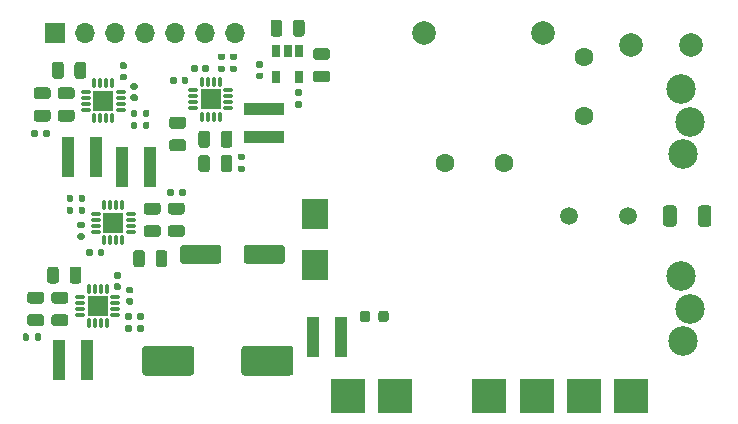
<source format=gbr>
%TF.GenerationSoftware,KiCad,Pcbnew,5.1.10-1.fc33*%
%TF.CreationDate,2021-08-29T09:58:40-07:00*%
%TF.ProjectId,hardware,68617264-7761-4726-952e-6b696361645f,rev?*%
%TF.SameCoordinates,Original*%
%TF.FileFunction,Soldermask,Top*%
%TF.FilePolarity,Negative*%
%FSLAX46Y46*%
G04 Gerber Fmt 4.6, Leading zero omitted, Abs format (unit mm)*
G04 Created by KiCad (PCBNEW 5.1.10-1.fc33) date 2021-08-29 09:58:40*
%MOMM*%
%LPD*%
G01*
G04 APERTURE LIST*
%ADD10R,3.000000X3.000000*%
%ADD11R,2.300000X2.500000*%
%ADD12C,2.000000*%
%ADD13C,2.500000*%
%ADD14R,0.980000X3.400000*%
%ADD15C,1.600000*%
%ADD16O,1.700000X1.700000*%
%ADD17R,1.700000X1.700000*%
%ADD18C,1.500000*%
%ADD19R,0.650000X1.060000*%
%ADD20C,0.450000*%
%ADD21O,0.280000X0.850000*%
%ADD22O,0.850000X0.280000*%
%ADD23R,3.400000X0.980000*%
G04 APERTURE END LIST*
D10*
%TO.C,PS1*%
X118750000Y-126750000D03*
X126750000Y-126750000D03*
X130750000Y-126750000D03*
X114750000Y-126750000D03*
X134750000Y-126750000D03*
X138750000Y-126750000D03*
%TD*%
D11*
%TO.C,D1*%
X112000000Y-111350000D03*
X112000000Y-115650000D03*
%TD*%
D12*
%TO.C,F1*%
X143830000Y-97010000D03*
X138750000Y-97000000D03*
%TD*%
D13*
%TO.C,J2*%
X143700000Y-103540814D03*
X143000000Y-100740814D03*
X143100000Y-106240814D03*
%TD*%
%TO.C,J1*%
X143700000Y-119354000D03*
X143000000Y-116554000D03*
X143100000Y-122054000D03*
%TD*%
D14*
%TO.C,L6*%
X114185000Y-121750000D03*
X111815000Y-121750000D03*
%TD*%
D12*
%TO.C,CY3*%
X131250000Y-96000000D03*
X121250000Y-96000000D03*
%TD*%
%TO.C,C5*%
G36*
G01*
X104050000Y-114200000D02*
X104050000Y-115300000D01*
G75*
G02*
X103800000Y-115550000I-250000J0D01*
G01*
X100800000Y-115550000D01*
G75*
G02*
X100550000Y-115300000I0J250000D01*
G01*
X100550000Y-114200000D01*
G75*
G02*
X100800000Y-113950000I250000J0D01*
G01*
X103800000Y-113950000D01*
G75*
G02*
X104050000Y-114200000I0J-250000D01*
G01*
G37*
G36*
G01*
X109450000Y-114200000D02*
X109450000Y-115300000D01*
G75*
G02*
X109200000Y-115550000I-250000J0D01*
G01*
X106200000Y-115550000D01*
G75*
G02*
X105950000Y-115300000I0J250000D01*
G01*
X105950000Y-114200000D01*
G75*
G02*
X106200000Y-113950000I250000J0D01*
G01*
X109200000Y-113950000D01*
G75*
G02*
X109450000Y-114200000I0J-250000D01*
G01*
G37*
%TD*%
D15*
%TO.C,C2*%
X123000000Y-107000000D03*
X128000000Y-107000000D03*
%TD*%
D16*
%TO.C,J3*%
X105240000Y-96000000D03*
X102700000Y-96000000D03*
X100160000Y-96000000D03*
X97620000Y-96000000D03*
X95080000Y-96000000D03*
X92540000Y-96000000D03*
D17*
X90000000Y-96000000D03*
%TD*%
D18*
%TO.C,L5*%
X133500000Y-111500000D03*
X138500000Y-111500000D03*
%TD*%
%TO.C,C4*%
G36*
G01*
X101750000Y-122750000D02*
X101750000Y-124750000D01*
G75*
G02*
X101500000Y-125000000I-250000J0D01*
G01*
X97600000Y-125000000D01*
G75*
G02*
X97350000Y-124750000I0J250000D01*
G01*
X97350000Y-122750000D01*
G75*
G02*
X97600000Y-122500000I250000J0D01*
G01*
X101500000Y-122500000D01*
G75*
G02*
X101750000Y-122750000I0J-250000D01*
G01*
G37*
G36*
G01*
X110150000Y-122750000D02*
X110150000Y-124750000D01*
G75*
G02*
X109900000Y-125000000I-250000J0D01*
G01*
X106000000Y-125000000D01*
G75*
G02*
X105750000Y-124750000I0J250000D01*
G01*
X105750000Y-122750000D01*
G75*
G02*
X106000000Y-122500000I250000J0D01*
G01*
X109900000Y-122500000D01*
G75*
G02*
X110150000Y-122750000I0J-250000D01*
G01*
G37*
%TD*%
D15*
%TO.C,NTC1*%
X134750000Y-98000000D03*
X134750000Y-103000000D03*
%TD*%
%TO.C,C29*%
G36*
G01*
X117325000Y-120250000D02*
X117325000Y-119750000D01*
G75*
G02*
X117550000Y-119525000I225000J0D01*
G01*
X118000000Y-119525000D01*
G75*
G02*
X118225000Y-119750000I0J-225000D01*
G01*
X118225000Y-120250000D01*
G75*
G02*
X118000000Y-120475000I-225000J0D01*
G01*
X117550000Y-120475000D01*
G75*
G02*
X117325000Y-120250000I0J225000D01*
G01*
G37*
G36*
G01*
X115775000Y-120250000D02*
X115775000Y-119750000D01*
G75*
G02*
X116000000Y-119525000I225000J0D01*
G01*
X116450000Y-119525000D01*
G75*
G02*
X116675000Y-119750000I0J-225000D01*
G01*
X116675000Y-120250000D01*
G75*
G02*
X116450000Y-120475000I-225000J0D01*
G01*
X116000000Y-120475000D01*
G75*
G02*
X115775000Y-120250000I0J225000D01*
G01*
G37*
%TD*%
%TO.C,C1*%
G36*
G01*
X144400000Y-112150001D02*
X144400000Y-110849999D01*
G75*
G02*
X144649999Y-110600000I249999J0D01*
G01*
X145300001Y-110600000D01*
G75*
G02*
X145550000Y-110849999I0J-249999D01*
G01*
X145550000Y-112150001D01*
G75*
G02*
X145300001Y-112400000I-249999J0D01*
G01*
X144649999Y-112400000D01*
G75*
G02*
X144400000Y-112150001I0J249999D01*
G01*
G37*
G36*
G01*
X141450000Y-112150001D02*
X141450000Y-110849999D01*
G75*
G02*
X141699999Y-110600000I249999J0D01*
G01*
X142350001Y-110600000D01*
G75*
G02*
X142600000Y-110849999I0J-249999D01*
G01*
X142600000Y-112150001D01*
G75*
G02*
X142350001Y-112400000I-249999J0D01*
G01*
X141699999Y-112400000D01*
G75*
G02*
X141450000Y-112150001I0J249999D01*
G01*
G37*
%TD*%
%TO.C,C28*%
G36*
G01*
X113010040Y-98289840D02*
X112060040Y-98289840D01*
G75*
G02*
X111810040Y-98039840I0J250000D01*
G01*
X111810040Y-97539840D01*
G75*
G02*
X112060040Y-97289840I250000J0D01*
G01*
X113010040Y-97289840D01*
G75*
G02*
X113260040Y-97539840I0J-250000D01*
G01*
X113260040Y-98039840D01*
G75*
G02*
X113010040Y-98289840I-250000J0D01*
G01*
G37*
G36*
G01*
X113010040Y-100189840D02*
X112060040Y-100189840D01*
G75*
G02*
X111810040Y-99939840I0J250000D01*
G01*
X111810040Y-99439840D01*
G75*
G02*
X112060040Y-99189840I250000J0D01*
G01*
X113010040Y-99189840D01*
G75*
G02*
X113260040Y-99439840I0J-250000D01*
G01*
X113260040Y-99939840D01*
G75*
G02*
X113010040Y-100189840I-250000J0D01*
G01*
G37*
%TD*%
%TO.C,C26*%
G36*
G01*
X109214840Y-95115240D02*
X109214840Y-96065240D01*
G75*
G02*
X108964840Y-96315240I-250000J0D01*
G01*
X108464840Y-96315240D01*
G75*
G02*
X108214840Y-96065240I0J250000D01*
G01*
X108214840Y-95115240D01*
G75*
G02*
X108464840Y-94865240I250000J0D01*
G01*
X108964840Y-94865240D01*
G75*
G02*
X109214840Y-95115240I0J-250000D01*
G01*
G37*
G36*
G01*
X111114840Y-95115240D02*
X111114840Y-96065240D01*
G75*
G02*
X110864840Y-96315240I-250000J0D01*
G01*
X110364840Y-96315240D01*
G75*
G02*
X110114840Y-96065240I0J250000D01*
G01*
X110114840Y-95115240D01*
G75*
G02*
X110364840Y-94865240I250000J0D01*
G01*
X110864840Y-94865240D01*
G75*
G02*
X111114840Y-95115240I0J-250000D01*
G01*
G37*
%TD*%
%TO.C,C25*%
G36*
G01*
X103097440Y-106577560D02*
X103097440Y-107527560D01*
G75*
G02*
X102847440Y-107777560I-250000J0D01*
G01*
X102347440Y-107777560D01*
G75*
G02*
X102097440Y-107527560I0J250000D01*
G01*
X102097440Y-106577560D01*
G75*
G02*
X102347440Y-106327560I250000J0D01*
G01*
X102847440Y-106327560D01*
G75*
G02*
X103097440Y-106577560I0J-250000D01*
G01*
G37*
G36*
G01*
X104997440Y-106577560D02*
X104997440Y-107527560D01*
G75*
G02*
X104747440Y-107777560I-250000J0D01*
G01*
X104247440Y-107777560D01*
G75*
G02*
X103997440Y-107527560I0J250000D01*
G01*
X103997440Y-106577560D01*
G75*
G02*
X104247440Y-106327560I250000J0D01*
G01*
X104747440Y-106327560D01*
G75*
G02*
X104997440Y-106577560I0J-250000D01*
G01*
G37*
%TD*%
%TO.C,C24*%
G36*
G01*
X97731040Y-112275160D02*
X98681040Y-112275160D01*
G75*
G02*
X98931040Y-112525160I0J-250000D01*
G01*
X98931040Y-113025160D01*
G75*
G02*
X98681040Y-113275160I-250000J0D01*
G01*
X97731040Y-113275160D01*
G75*
G02*
X97481040Y-113025160I0J250000D01*
G01*
X97481040Y-112525160D01*
G75*
G02*
X97731040Y-112275160I250000J0D01*
G01*
G37*
G36*
G01*
X97731040Y-110375160D02*
X98681040Y-110375160D01*
G75*
G02*
X98931040Y-110625160I0J-250000D01*
G01*
X98931040Y-111125160D01*
G75*
G02*
X98681040Y-111375160I-250000J0D01*
G01*
X97731040Y-111375160D01*
G75*
G02*
X97481040Y-111125160I0J250000D01*
G01*
X97481040Y-110625160D01*
G75*
G02*
X97731040Y-110375160I250000J0D01*
G01*
G37*
%TD*%
%TO.C,C23*%
G36*
G01*
X103097440Y-104520160D02*
X103097440Y-105470160D01*
G75*
G02*
X102847440Y-105720160I-250000J0D01*
G01*
X102347440Y-105720160D01*
G75*
G02*
X102097440Y-105470160I0J250000D01*
G01*
X102097440Y-104520160D01*
G75*
G02*
X102347440Y-104270160I250000J0D01*
G01*
X102847440Y-104270160D01*
G75*
G02*
X103097440Y-104520160I0J-250000D01*
G01*
G37*
G36*
G01*
X104997440Y-104520160D02*
X104997440Y-105470160D01*
G75*
G02*
X104747440Y-105720160I-250000J0D01*
G01*
X104247440Y-105720160D01*
G75*
G02*
X103997440Y-105470160I0J250000D01*
G01*
X103997440Y-104520160D01*
G75*
G02*
X104247440Y-104270160I250000J0D01*
G01*
X104747440Y-104270160D01*
G75*
G02*
X104997440Y-104520160I0J-250000D01*
G01*
G37*
%TD*%
%TO.C,C22*%
G36*
G01*
X99763040Y-112270080D02*
X100713040Y-112270080D01*
G75*
G02*
X100963040Y-112520080I0J-250000D01*
G01*
X100963040Y-113020080D01*
G75*
G02*
X100713040Y-113270080I-250000J0D01*
G01*
X99763040Y-113270080D01*
G75*
G02*
X99513040Y-113020080I0J250000D01*
G01*
X99513040Y-112520080D01*
G75*
G02*
X99763040Y-112270080I250000J0D01*
G01*
G37*
G36*
G01*
X99763040Y-110370080D02*
X100713040Y-110370080D01*
G75*
G02*
X100963040Y-110620080I0J-250000D01*
G01*
X100963040Y-111120080D01*
G75*
G02*
X100713040Y-111370080I-250000J0D01*
G01*
X99763040Y-111370080D01*
G75*
G02*
X99513040Y-111120080I0J250000D01*
G01*
X99513040Y-110620080D01*
G75*
G02*
X99763040Y-110370080I250000J0D01*
G01*
G37*
%TD*%
%TO.C,C17*%
G36*
G01*
X99872040Y-105003160D02*
X100822040Y-105003160D01*
G75*
G02*
X101072040Y-105253160I0J-250000D01*
G01*
X101072040Y-105753160D01*
G75*
G02*
X100822040Y-106003160I-250000J0D01*
G01*
X99872040Y-106003160D01*
G75*
G02*
X99622040Y-105753160I0J250000D01*
G01*
X99622040Y-105253160D01*
G75*
G02*
X99872040Y-105003160I250000J0D01*
G01*
G37*
G36*
G01*
X99872040Y-103103160D02*
X100822040Y-103103160D01*
G75*
G02*
X101072040Y-103353160I0J-250000D01*
G01*
X101072040Y-103853160D01*
G75*
G02*
X100822040Y-104103160I-250000J0D01*
G01*
X99872040Y-104103160D01*
G75*
G02*
X99622040Y-103853160I0J250000D01*
G01*
X99622040Y-103353160D01*
G75*
G02*
X99872040Y-103103160I250000J0D01*
G01*
G37*
%TD*%
%TO.C,C16*%
G36*
G01*
X98478240Y-115576760D02*
X98478240Y-114626760D01*
G75*
G02*
X98728240Y-114376760I250000J0D01*
G01*
X99228240Y-114376760D01*
G75*
G02*
X99478240Y-114626760I0J-250000D01*
G01*
X99478240Y-115576760D01*
G75*
G02*
X99228240Y-115826760I-250000J0D01*
G01*
X98728240Y-115826760D01*
G75*
G02*
X98478240Y-115576760I0J250000D01*
G01*
G37*
G36*
G01*
X96578240Y-115576760D02*
X96578240Y-114626760D01*
G75*
G02*
X96828240Y-114376760I250000J0D01*
G01*
X97328240Y-114376760D01*
G75*
G02*
X97578240Y-114626760I0J-250000D01*
G01*
X97578240Y-115576760D01*
G75*
G02*
X97328240Y-115826760I-250000J0D01*
G01*
X96828240Y-115826760D01*
G75*
G02*
X96578240Y-115576760I0J250000D01*
G01*
G37*
%TD*%
%TO.C,C15*%
G36*
G01*
X89351260Y-101596040D02*
X88401260Y-101596040D01*
G75*
G02*
X88151260Y-101346040I0J250000D01*
G01*
X88151260Y-100846040D01*
G75*
G02*
X88401260Y-100596040I250000J0D01*
G01*
X89351260Y-100596040D01*
G75*
G02*
X89601260Y-100846040I0J-250000D01*
G01*
X89601260Y-101346040D01*
G75*
G02*
X89351260Y-101596040I-250000J0D01*
G01*
G37*
G36*
G01*
X89351260Y-103496040D02*
X88401260Y-103496040D01*
G75*
G02*
X88151260Y-103246040I0J250000D01*
G01*
X88151260Y-102746040D01*
G75*
G02*
X88401260Y-102496040I250000J0D01*
G01*
X89351260Y-102496040D01*
G75*
G02*
X89601260Y-102746040I0J-250000D01*
G01*
X89601260Y-103246040D01*
G75*
G02*
X89351260Y-103496040I-250000J0D01*
G01*
G37*
%TD*%
%TO.C,C14*%
G36*
G01*
X91383260Y-101596040D02*
X90433260Y-101596040D01*
G75*
G02*
X90183260Y-101346040I0J250000D01*
G01*
X90183260Y-100846040D01*
G75*
G02*
X90433260Y-100596040I250000J0D01*
G01*
X91383260Y-100596040D01*
G75*
G02*
X91633260Y-100846040I0J-250000D01*
G01*
X91633260Y-101346040D01*
G75*
G02*
X91383260Y-101596040I-250000J0D01*
G01*
G37*
G36*
G01*
X91383260Y-103496040D02*
X90433260Y-103496040D01*
G75*
G02*
X90183260Y-103246040I0J250000D01*
G01*
X90183260Y-102746040D01*
G75*
G02*
X90433260Y-102496040I250000J0D01*
G01*
X91383260Y-102496040D01*
G75*
G02*
X91633260Y-102746040I0J-250000D01*
G01*
X91633260Y-103246040D01*
G75*
G02*
X91383260Y-103496040I-250000J0D01*
G01*
G37*
%TD*%
%TO.C,C11*%
G36*
G01*
X90712260Y-98688140D02*
X90712260Y-99638140D01*
G75*
G02*
X90462260Y-99888140I-250000J0D01*
G01*
X89962260Y-99888140D01*
G75*
G02*
X89712260Y-99638140I0J250000D01*
G01*
X89712260Y-98688140D01*
G75*
G02*
X89962260Y-98438140I250000J0D01*
G01*
X90462260Y-98438140D01*
G75*
G02*
X90712260Y-98688140I0J-250000D01*
G01*
G37*
G36*
G01*
X92612260Y-98688140D02*
X92612260Y-99638140D01*
G75*
G02*
X92362260Y-99888140I-250000J0D01*
G01*
X91862260Y-99888140D01*
G75*
G02*
X91612260Y-99638140I0J250000D01*
G01*
X91612260Y-98688140D01*
G75*
G02*
X91862260Y-98438140I250000J0D01*
G01*
X92362260Y-98438140D01*
G75*
G02*
X92612260Y-98688140I0J-250000D01*
G01*
G37*
%TD*%
%TO.C,C10*%
G36*
G01*
X88801840Y-118913500D02*
X87851840Y-118913500D01*
G75*
G02*
X87601840Y-118663500I0J250000D01*
G01*
X87601840Y-118163500D01*
G75*
G02*
X87851840Y-117913500I250000J0D01*
G01*
X88801840Y-117913500D01*
G75*
G02*
X89051840Y-118163500I0J-250000D01*
G01*
X89051840Y-118663500D01*
G75*
G02*
X88801840Y-118913500I-250000J0D01*
G01*
G37*
G36*
G01*
X88801840Y-120813500D02*
X87851840Y-120813500D01*
G75*
G02*
X87601840Y-120563500I0J250000D01*
G01*
X87601840Y-120063500D01*
G75*
G02*
X87851840Y-119813500I250000J0D01*
G01*
X88801840Y-119813500D01*
G75*
G02*
X89051840Y-120063500I0J-250000D01*
G01*
X89051840Y-120563500D01*
G75*
G02*
X88801840Y-120813500I-250000J0D01*
G01*
G37*
%TD*%
%TO.C,C9*%
G36*
G01*
X90859240Y-118913500D02*
X89909240Y-118913500D01*
G75*
G02*
X89659240Y-118663500I0J250000D01*
G01*
X89659240Y-118163500D01*
G75*
G02*
X89909240Y-117913500I250000J0D01*
G01*
X90859240Y-117913500D01*
G75*
G02*
X91109240Y-118163500I0J-250000D01*
G01*
X91109240Y-118663500D01*
G75*
G02*
X90859240Y-118913500I-250000J0D01*
G01*
G37*
G36*
G01*
X90859240Y-120813500D02*
X89909240Y-120813500D01*
G75*
G02*
X89659240Y-120563500I0J250000D01*
G01*
X89659240Y-120063500D01*
G75*
G02*
X89909240Y-119813500I250000J0D01*
G01*
X90859240Y-119813500D01*
G75*
G02*
X91109240Y-120063500I0J-250000D01*
G01*
X91109240Y-120563500D01*
G75*
G02*
X90859240Y-120813500I-250000J0D01*
G01*
G37*
%TD*%
%TO.C,C6*%
G36*
G01*
X90300000Y-116025000D02*
X90300000Y-116975000D01*
G75*
G02*
X90050000Y-117225000I-250000J0D01*
G01*
X89550000Y-117225000D01*
G75*
G02*
X89300000Y-116975000I0J250000D01*
G01*
X89300000Y-116025000D01*
G75*
G02*
X89550000Y-115775000I250000J0D01*
G01*
X90050000Y-115775000D01*
G75*
G02*
X90300000Y-116025000I0J-250000D01*
G01*
G37*
G36*
G01*
X92200000Y-116025000D02*
X92200000Y-116975000D01*
G75*
G02*
X91950000Y-117225000I-250000J0D01*
G01*
X91450000Y-117225000D01*
G75*
G02*
X91200000Y-116975000I0J250000D01*
G01*
X91200000Y-116025000D01*
G75*
G02*
X91450000Y-115775000I250000J0D01*
G01*
X91950000Y-115775000D01*
G75*
G02*
X92200000Y-116025000I0J-250000D01*
G01*
G37*
%TD*%
%TO.C,C27*%
G36*
G01*
X107472640Y-98946240D02*
X107132640Y-98946240D01*
G75*
G02*
X106992640Y-98806240I0J140000D01*
G01*
X106992640Y-98526240D01*
G75*
G02*
X107132640Y-98386240I140000J0D01*
G01*
X107472640Y-98386240D01*
G75*
G02*
X107612640Y-98526240I0J-140000D01*
G01*
X107612640Y-98806240D01*
G75*
G02*
X107472640Y-98946240I-140000J0D01*
G01*
G37*
G36*
G01*
X107472640Y-99906240D02*
X107132640Y-99906240D01*
G75*
G02*
X106992640Y-99766240I0J140000D01*
G01*
X106992640Y-99486240D01*
G75*
G02*
X107132640Y-99346240I140000J0D01*
G01*
X107472640Y-99346240D01*
G75*
G02*
X107612640Y-99486240I0J-140000D01*
G01*
X107612640Y-99766240D01*
G75*
G02*
X107472640Y-99906240I-140000J0D01*
G01*
G37*
%TD*%
%TO.C,C21*%
G36*
G01*
X100280000Y-99830000D02*
X100280000Y-100170000D01*
G75*
G02*
X100140000Y-100310000I-140000J0D01*
G01*
X99860000Y-100310000D01*
G75*
G02*
X99720000Y-100170000I0J140000D01*
G01*
X99720000Y-99830000D01*
G75*
G02*
X99860000Y-99690000I140000J0D01*
G01*
X100140000Y-99690000D01*
G75*
G02*
X100280000Y-99830000I0J-140000D01*
G01*
G37*
G36*
G01*
X101240000Y-99830000D02*
X101240000Y-100170000D01*
G75*
G02*
X101100000Y-100310000I-140000J0D01*
G01*
X100820000Y-100310000D01*
G75*
G02*
X100680000Y-100170000I0J140000D01*
G01*
X100680000Y-99830000D01*
G75*
G02*
X100820000Y-99690000I140000J0D01*
G01*
X101100000Y-99690000D01*
G75*
G02*
X101240000Y-99830000I0J-140000D01*
G01*
G37*
%TD*%
%TO.C,C20*%
G36*
G01*
X102050000Y-98830000D02*
X102050000Y-99170000D01*
G75*
G02*
X101910000Y-99310000I-140000J0D01*
G01*
X101630000Y-99310000D01*
G75*
G02*
X101490000Y-99170000I0J140000D01*
G01*
X101490000Y-98830000D01*
G75*
G02*
X101630000Y-98690000I140000J0D01*
G01*
X101910000Y-98690000D01*
G75*
G02*
X102050000Y-98830000I0J-140000D01*
G01*
G37*
G36*
G01*
X103010000Y-98830000D02*
X103010000Y-99170000D01*
G75*
G02*
X102870000Y-99310000I-140000J0D01*
G01*
X102590000Y-99310000D01*
G75*
G02*
X102450000Y-99170000I0J140000D01*
G01*
X102450000Y-98830000D01*
G75*
G02*
X102590000Y-98690000I140000J0D01*
G01*
X102870000Y-98690000D01*
G75*
G02*
X103010000Y-98830000I0J-140000D01*
G01*
G37*
%TD*%
%TO.C,C19*%
G36*
G01*
X93180040Y-114411060D02*
X93180040Y-114751060D01*
G75*
G02*
X93040040Y-114891060I-140000J0D01*
G01*
X92760040Y-114891060D01*
G75*
G02*
X92620040Y-114751060I0J140000D01*
G01*
X92620040Y-114411060D01*
G75*
G02*
X92760040Y-114271060I140000J0D01*
G01*
X93040040Y-114271060D01*
G75*
G02*
X93180040Y-114411060I0J-140000D01*
G01*
G37*
G36*
G01*
X94140040Y-114411060D02*
X94140040Y-114751060D01*
G75*
G02*
X94000040Y-114891060I-140000J0D01*
G01*
X93720040Y-114891060D01*
G75*
G02*
X93580040Y-114751060I0J140000D01*
G01*
X93580040Y-114411060D01*
G75*
G02*
X93720040Y-114271060I140000J0D01*
G01*
X94000040Y-114271060D01*
G75*
G02*
X94140040Y-114411060I0J-140000D01*
G01*
G37*
%TD*%
%TO.C,C18*%
G36*
G01*
X91990840Y-112950000D02*
X92330840Y-112950000D01*
G75*
G02*
X92470840Y-113090000I0J-140000D01*
G01*
X92470840Y-113370000D01*
G75*
G02*
X92330840Y-113510000I-140000J0D01*
G01*
X91990840Y-113510000D01*
G75*
G02*
X91850840Y-113370000I0J140000D01*
G01*
X91850840Y-113090000D01*
G75*
G02*
X91990840Y-112950000I140000J0D01*
G01*
G37*
G36*
G01*
X91990840Y-111990000D02*
X92330840Y-111990000D01*
G75*
G02*
X92470840Y-112130000I0J-140000D01*
G01*
X92470840Y-112410000D01*
G75*
G02*
X92330840Y-112550000I-140000J0D01*
G01*
X91990840Y-112550000D01*
G75*
G02*
X91850840Y-112410000I0J140000D01*
G01*
X91850840Y-112130000D01*
G75*
G02*
X91990840Y-111990000I140000J0D01*
G01*
G37*
%TD*%
%TO.C,C13*%
G36*
G01*
X95920000Y-99050000D02*
X95580000Y-99050000D01*
G75*
G02*
X95440000Y-98910000I0J140000D01*
G01*
X95440000Y-98630000D01*
G75*
G02*
X95580000Y-98490000I140000J0D01*
G01*
X95920000Y-98490000D01*
G75*
G02*
X96060000Y-98630000I0J-140000D01*
G01*
X96060000Y-98910000D01*
G75*
G02*
X95920000Y-99050000I-140000J0D01*
G01*
G37*
G36*
G01*
X95920000Y-100010000D02*
X95580000Y-100010000D01*
G75*
G02*
X95440000Y-99870000I0J140000D01*
G01*
X95440000Y-99590000D01*
G75*
G02*
X95580000Y-99450000I140000J0D01*
G01*
X95920000Y-99450000D01*
G75*
G02*
X96060000Y-99590000I0J-140000D01*
G01*
X96060000Y-99870000D01*
G75*
G02*
X95920000Y-100010000I-140000J0D01*
G01*
G37*
%TD*%
%TO.C,C12*%
G36*
G01*
X96831360Y-100800000D02*
X96491360Y-100800000D01*
G75*
G02*
X96351360Y-100660000I0J140000D01*
G01*
X96351360Y-100380000D01*
G75*
G02*
X96491360Y-100240000I140000J0D01*
G01*
X96831360Y-100240000D01*
G75*
G02*
X96971360Y-100380000I0J-140000D01*
G01*
X96971360Y-100660000D01*
G75*
G02*
X96831360Y-100800000I-140000J0D01*
G01*
G37*
G36*
G01*
X96831360Y-101760000D02*
X96491360Y-101760000D01*
G75*
G02*
X96351360Y-101620000I0J140000D01*
G01*
X96351360Y-101340000D01*
G75*
G02*
X96491360Y-101200000I140000J0D01*
G01*
X96831360Y-101200000D01*
G75*
G02*
X96971360Y-101340000I0J-140000D01*
G01*
X96971360Y-101620000D01*
G75*
G02*
X96831360Y-101760000I-140000J0D01*
G01*
G37*
%TD*%
%TO.C,C8*%
G36*
G01*
X95420000Y-116800000D02*
X95080000Y-116800000D01*
G75*
G02*
X94940000Y-116660000I0J140000D01*
G01*
X94940000Y-116380000D01*
G75*
G02*
X95080000Y-116240000I140000J0D01*
G01*
X95420000Y-116240000D01*
G75*
G02*
X95560000Y-116380000I0J-140000D01*
G01*
X95560000Y-116660000D01*
G75*
G02*
X95420000Y-116800000I-140000J0D01*
G01*
G37*
G36*
G01*
X95420000Y-117760000D02*
X95080000Y-117760000D01*
G75*
G02*
X94940000Y-117620000I0J140000D01*
G01*
X94940000Y-117340000D01*
G75*
G02*
X95080000Y-117200000I140000J0D01*
G01*
X95420000Y-117200000D01*
G75*
G02*
X95560000Y-117340000I0J-140000D01*
G01*
X95560000Y-117620000D01*
G75*
G02*
X95420000Y-117760000I-140000J0D01*
G01*
G37*
%TD*%
%TO.C,C7*%
G36*
G01*
X96472440Y-118050000D02*
X96132440Y-118050000D01*
G75*
G02*
X95992440Y-117910000I0J140000D01*
G01*
X95992440Y-117630000D01*
G75*
G02*
X96132440Y-117490000I140000J0D01*
G01*
X96472440Y-117490000D01*
G75*
G02*
X96612440Y-117630000I0J-140000D01*
G01*
X96612440Y-117910000D01*
G75*
G02*
X96472440Y-118050000I-140000J0D01*
G01*
G37*
G36*
G01*
X96472440Y-119010000D02*
X96132440Y-119010000D01*
G75*
G02*
X95992440Y-118870000I0J140000D01*
G01*
X95992440Y-118590000D01*
G75*
G02*
X96132440Y-118450000I140000J0D01*
G01*
X96472440Y-118450000D01*
G75*
G02*
X96612440Y-118590000I0J-140000D01*
G01*
X96612440Y-118870000D01*
G75*
G02*
X96472440Y-119010000I-140000J0D01*
G01*
G37*
%TD*%
%TO.C,R19*%
G36*
G01*
X110764240Y-101319240D02*
X110394240Y-101319240D01*
G75*
G02*
X110259240Y-101184240I0J135000D01*
G01*
X110259240Y-100914240D01*
G75*
G02*
X110394240Y-100779240I135000J0D01*
G01*
X110764240Y-100779240D01*
G75*
G02*
X110899240Y-100914240I0J-135000D01*
G01*
X110899240Y-101184240D01*
G75*
G02*
X110764240Y-101319240I-135000J0D01*
G01*
G37*
G36*
G01*
X110764240Y-102339240D02*
X110394240Y-102339240D01*
G75*
G02*
X110259240Y-102204240I0J135000D01*
G01*
X110259240Y-101934240D01*
G75*
G02*
X110394240Y-101799240I135000J0D01*
G01*
X110764240Y-101799240D01*
G75*
G02*
X110899240Y-101934240I0J-135000D01*
G01*
X110899240Y-102204240D01*
G75*
G02*
X110764240Y-102339240I-135000J0D01*
G01*
G37*
%TD*%
D19*
%TO.C,U7*%
X110604680Y-99697600D03*
X108704680Y-99697600D03*
X108704680Y-97497600D03*
X109654680Y-97497600D03*
X110604680Y-97497600D03*
%TD*%
D20*
%TO.C,U6*%
X102651200Y-101111880D03*
X103651200Y-101111880D03*
X103151200Y-101611880D03*
X102651200Y-102111880D03*
X103651200Y-102111880D03*
D17*
X103151200Y-101611880D03*
D21*
X103901200Y-103087620D03*
X103401200Y-103087620D03*
X102901200Y-103087620D03*
X102401200Y-103087620D03*
D22*
X101675460Y-102361880D03*
X101675460Y-101861880D03*
X101675460Y-101361880D03*
X101675460Y-100861880D03*
D21*
X102401200Y-100136140D03*
X102901200Y-100136140D03*
X103401200Y-100136140D03*
X103901200Y-100136140D03*
D22*
X104626940Y-100861880D03*
X104626940Y-101361880D03*
X104626940Y-101861880D03*
X104626940Y-102361880D03*
%TD*%
D20*
%TO.C,U5*%
X94389880Y-112561380D03*
X94389880Y-111561380D03*
X94889880Y-112061380D03*
X95389880Y-112561380D03*
X95389880Y-111561380D03*
D17*
X94889880Y-112061380D03*
D22*
X96365620Y-111311380D03*
X96365620Y-111811380D03*
X96365620Y-112311380D03*
X96365620Y-112811380D03*
D21*
X95639880Y-113537120D03*
X95139880Y-113537120D03*
X94639880Y-113537120D03*
X94139880Y-113537120D03*
D22*
X93414140Y-112811380D03*
X93414140Y-112311380D03*
X93414140Y-111811380D03*
X93414140Y-111311380D03*
D21*
X94139880Y-110585640D03*
X94639880Y-110585640D03*
X95139880Y-110585640D03*
X95639880Y-110585640D03*
%TD*%
D20*
%TO.C,U4*%
X94557860Y-101241240D03*
X94557860Y-102241240D03*
X94057860Y-101741240D03*
X93557860Y-101241240D03*
X93557860Y-102241240D03*
D17*
X94057860Y-101741240D03*
D22*
X92582120Y-102491240D03*
X92582120Y-101991240D03*
X92582120Y-101491240D03*
X92582120Y-100991240D03*
D21*
X93307860Y-100265500D03*
X93807860Y-100265500D03*
X94307860Y-100265500D03*
X94807860Y-100265500D03*
D22*
X95533600Y-100991240D03*
X95533600Y-101491240D03*
X95533600Y-101991240D03*
X95533600Y-102491240D03*
D21*
X94807860Y-103216980D03*
X94307860Y-103216980D03*
X93807860Y-103216980D03*
X93307860Y-103216980D03*
%TD*%
%TO.C,R18*%
G36*
G01*
X105935000Y-106760000D02*
X105565000Y-106760000D01*
G75*
G02*
X105430000Y-106625000I0J135000D01*
G01*
X105430000Y-106355000D01*
G75*
G02*
X105565000Y-106220000I135000J0D01*
G01*
X105935000Y-106220000D01*
G75*
G02*
X106070000Y-106355000I0J-135000D01*
G01*
X106070000Y-106625000D01*
G75*
G02*
X105935000Y-106760000I-135000J0D01*
G01*
G37*
G36*
G01*
X105935000Y-107780000D02*
X105565000Y-107780000D01*
G75*
G02*
X105430000Y-107645000I0J135000D01*
G01*
X105430000Y-107375000D01*
G75*
G02*
X105565000Y-107240000I135000J0D01*
G01*
X105935000Y-107240000D01*
G75*
G02*
X106070000Y-107375000I0J-135000D01*
G01*
X106070000Y-107645000D01*
G75*
G02*
X105935000Y-107780000I-135000J0D01*
G01*
G37*
%TD*%
%TO.C,R17*%
G36*
G01*
X100010000Y-109315000D02*
X100010000Y-109685000D01*
G75*
G02*
X99875000Y-109820000I-135000J0D01*
G01*
X99605000Y-109820000D01*
G75*
G02*
X99470000Y-109685000I0J135000D01*
G01*
X99470000Y-109315000D01*
G75*
G02*
X99605000Y-109180000I135000J0D01*
G01*
X99875000Y-109180000D01*
G75*
G02*
X100010000Y-109315000I0J-135000D01*
G01*
G37*
G36*
G01*
X101030000Y-109315000D02*
X101030000Y-109685000D01*
G75*
G02*
X100895000Y-109820000I-135000J0D01*
G01*
X100625000Y-109820000D01*
G75*
G02*
X100490000Y-109685000I0J135000D01*
G01*
X100490000Y-109315000D01*
G75*
G02*
X100625000Y-109180000I135000J0D01*
G01*
X100895000Y-109180000D01*
G75*
G02*
X101030000Y-109315000I0J-135000D01*
G01*
G37*
%TD*%
%TO.C,R16*%
G36*
G01*
X88990000Y-104685000D02*
X88990000Y-104315000D01*
G75*
G02*
X89125000Y-104180000I135000J0D01*
G01*
X89395000Y-104180000D01*
G75*
G02*
X89530000Y-104315000I0J-135000D01*
G01*
X89530000Y-104685000D01*
G75*
G02*
X89395000Y-104820000I-135000J0D01*
G01*
X89125000Y-104820000D01*
G75*
G02*
X88990000Y-104685000I0J135000D01*
G01*
G37*
G36*
G01*
X87970000Y-104685000D02*
X87970000Y-104315000D01*
G75*
G02*
X88105000Y-104180000I135000J0D01*
G01*
X88375000Y-104180000D01*
G75*
G02*
X88510000Y-104315000I0J-135000D01*
G01*
X88510000Y-104685000D01*
G75*
G02*
X88375000Y-104820000I-135000J0D01*
G01*
X88105000Y-104820000D01*
G75*
G02*
X87970000Y-104685000I0J135000D01*
G01*
G37*
%TD*%
%TO.C,R15*%
G36*
G01*
X88240000Y-121935000D02*
X88240000Y-121565000D01*
G75*
G02*
X88375000Y-121430000I135000J0D01*
G01*
X88645000Y-121430000D01*
G75*
G02*
X88780000Y-121565000I0J-135000D01*
G01*
X88780000Y-121935000D01*
G75*
G02*
X88645000Y-122070000I-135000J0D01*
G01*
X88375000Y-122070000D01*
G75*
G02*
X88240000Y-121935000I0J135000D01*
G01*
G37*
G36*
G01*
X87220000Y-121935000D02*
X87220000Y-121565000D01*
G75*
G02*
X87355000Y-121430000I135000J0D01*
G01*
X87625000Y-121430000D01*
G75*
G02*
X87760000Y-121565000I0J-135000D01*
G01*
X87760000Y-121935000D01*
G75*
G02*
X87625000Y-122070000I-135000J0D01*
G01*
X87355000Y-122070000D01*
G75*
G02*
X87220000Y-121935000I0J135000D01*
G01*
G37*
%TD*%
%TO.C,R14*%
G36*
G01*
X104240440Y-98278160D02*
X103870440Y-98278160D01*
G75*
G02*
X103735440Y-98143160I0J135000D01*
G01*
X103735440Y-97873160D01*
G75*
G02*
X103870440Y-97738160I135000J0D01*
G01*
X104240440Y-97738160D01*
G75*
G02*
X104375440Y-97873160I0J-135000D01*
G01*
X104375440Y-98143160D01*
G75*
G02*
X104240440Y-98278160I-135000J0D01*
G01*
G37*
G36*
G01*
X104240440Y-99298160D02*
X103870440Y-99298160D01*
G75*
G02*
X103735440Y-99163160I0J135000D01*
G01*
X103735440Y-98893160D01*
G75*
G02*
X103870440Y-98758160I135000J0D01*
G01*
X104240440Y-98758160D01*
G75*
G02*
X104375440Y-98893160I0J-135000D01*
G01*
X104375440Y-99163160D01*
G75*
G02*
X104240440Y-99298160I-135000J0D01*
G01*
G37*
%TD*%
%TO.C,R13*%
G36*
G01*
X104886440Y-98758160D02*
X105256440Y-98758160D01*
G75*
G02*
X105391440Y-98893160I0J-135000D01*
G01*
X105391440Y-99163160D01*
G75*
G02*
X105256440Y-99298160I-135000J0D01*
G01*
X104886440Y-99298160D01*
G75*
G02*
X104751440Y-99163160I0J135000D01*
G01*
X104751440Y-98893160D01*
G75*
G02*
X104886440Y-98758160I135000J0D01*
G01*
G37*
G36*
G01*
X104886440Y-97738160D02*
X105256440Y-97738160D01*
G75*
G02*
X105391440Y-97873160I0J-135000D01*
G01*
X105391440Y-98143160D01*
G75*
G02*
X105256440Y-98278160I-135000J0D01*
G01*
X104886440Y-98278160D01*
G75*
G02*
X104751440Y-98143160I0J135000D01*
G01*
X104751440Y-97873160D01*
G75*
G02*
X104886440Y-97738160I135000J0D01*
G01*
G37*
%TD*%
%TO.C,R12*%
G36*
G01*
X91489040Y-110827360D02*
X91489040Y-111197360D01*
G75*
G02*
X91354040Y-111332360I-135000J0D01*
G01*
X91084040Y-111332360D01*
G75*
G02*
X90949040Y-111197360I0J135000D01*
G01*
X90949040Y-110827360D01*
G75*
G02*
X91084040Y-110692360I135000J0D01*
G01*
X91354040Y-110692360D01*
G75*
G02*
X91489040Y-110827360I0J-135000D01*
G01*
G37*
G36*
G01*
X92509040Y-110827360D02*
X92509040Y-111197360D01*
G75*
G02*
X92374040Y-111332360I-135000J0D01*
G01*
X92104040Y-111332360D01*
G75*
G02*
X91969040Y-111197360I0J135000D01*
G01*
X91969040Y-110827360D01*
G75*
G02*
X92104040Y-110692360I135000J0D01*
G01*
X92374040Y-110692360D01*
G75*
G02*
X92509040Y-110827360I0J-135000D01*
G01*
G37*
%TD*%
%TO.C,R11*%
G36*
G01*
X91969040Y-110181360D02*
X91969040Y-109811360D01*
G75*
G02*
X92104040Y-109676360I135000J0D01*
G01*
X92374040Y-109676360D01*
G75*
G02*
X92509040Y-109811360I0J-135000D01*
G01*
X92509040Y-110181360D01*
G75*
G02*
X92374040Y-110316360I-135000J0D01*
G01*
X92104040Y-110316360D01*
G75*
G02*
X91969040Y-110181360I0J135000D01*
G01*
G37*
G36*
G01*
X90949040Y-110181360D02*
X90949040Y-109811360D01*
G75*
G02*
X91084040Y-109676360I135000J0D01*
G01*
X91354040Y-109676360D01*
G75*
G02*
X91489040Y-109811360I0J-135000D01*
G01*
X91489040Y-110181360D01*
G75*
G02*
X91354040Y-110316360I-135000J0D01*
G01*
X91084040Y-110316360D01*
G75*
G02*
X90949040Y-110181360I0J135000D01*
G01*
G37*
%TD*%
%TO.C,R10*%
G36*
G01*
X97409360Y-102993040D02*
X97409360Y-102623040D01*
G75*
G02*
X97544360Y-102488040I135000J0D01*
G01*
X97814360Y-102488040D01*
G75*
G02*
X97949360Y-102623040I0J-135000D01*
G01*
X97949360Y-102993040D01*
G75*
G02*
X97814360Y-103128040I-135000J0D01*
G01*
X97544360Y-103128040D01*
G75*
G02*
X97409360Y-102993040I0J135000D01*
G01*
G37*
G36*
G01*
X96389360Y-102993040D02*
X96389360Y-102623040D01*
G75*
G02*
X96524360Y-102488040I135000J0D01*
G01*
X96794360Y-102488040D01*
G75*
G02*
X96929360Y-102623040I0J-135000D01*
G01*
X96929360Y-102993040D01*
G75*
G02*
X96794360Y-103128040I-135000J0D01*
G01*
X96524360Y-103128040D01*
G75*
G02*
X96389360Y-102993040I0J135000D01*
G01*
G37*
%TD*%
%TO.C,R9*%
G36*
G01*
X96929360Y-103639040D02*
X96929360Y-104009040D01*
G75*
G02*
X96794360Y-104144040I-135000J0D01*
G01*
X96524360Y-104144040D01*
G75*
G02*
X96389360Y-104009040I0J135000D01*
G01*
X96389360Y-103639040D01*
G75*
G02*
X96524360Y-103504040I135000J0D01*
G01*
X96794360Y-103504040D01*
G75*
G02*
X96929360Y-103639040I0J-135000D01*
G01*
G37*
G36*
G01*
X97949360Y-103639040D02*
X97949360Y-104009040D01*
G75*
G02*
X97814360Y-104144040I-135000J0D01*
G01*
X97544360Y-104144040D01*
G75*
G02*
X97409360Y-104009040I0J135000D01*
G01*
X97409360Y-103639040D01*
G75*
G02*
X97544360Y-103504040I135000J0D01*
G01*
X97814360Y-103504040D01*
G75*
G02*
X97949360Y-103639040I0J-135000D01*
G01*
G37*
%TD*%
%TO.C,R8*%
G36*
G01*
X96015840Y-120746500D02*
X96385840Y-120746500D01*
G75*
G02*
X96520840Y-120881500I0J-135000D01*
G01*
X96520840Y-121151500D01*
G75*
G02*
X96385840Y-121286500I-135000J0D01*
G01*
X96015840Y-121286500D01*
G75*
G02*
X95880840Y-121151500I0J135000D01*
G01*
X95880840Y-120881500D01*
G75*
G02*
X96015840Y-120746500I135000J0D01*
G01*
G37*
G36*
G01*
X96015840Y-119726500D02*
X96385840Y-119726500D01*
G75*
G02*
X96520840Y-119861500I0J-135000D01*
G01*
X96520840Y-120131500D01*
G75*
G02*
X96385840Y-120266500I-135000J0D01*
G01*
X96015840Y-120266500D01*
G75*
G02*
X95880840Y-120131500I0J135000D01*
G01*
X95880840Y-119861500D01*
G75*
G02*
X96015840Y-119726500I135000J0D01*
G01*
G37*
%TD*%
%TO.C,R7*%
G36*
G01*
X97376440Y-120266500D02*
X97006440Y-120266500D01*
G75*
G02*
X96871440Y-120131500I0J135000D01*
G01*
X96871440Y-119861500D01*
G75*
G02*
X97006440Y-119726500I135000J0D01*
G01*
X97376440Y-119726500D01*
G75*
G02*
X97511440Y-119861500I0J-135000D01*
G01*
X97511440Y-120131500D01*
G75*
G02*
X97376440Y-120266500I-135000J0D01*
G01*
G37*
G36*
G01*
X97376440Y-121286500D02*
X97006440Y-121286500D01*
G75*
G02*
X96871440Y-121151500I0J135000D01*
G01*
X96871440Y-120881500D01*
G75*
G02*
X97006440Y-120746500I135000J0D01*
G01*
X97376440Y-120746500D01*
G75*
G02*
X97511440Y-120881500I0J-135000D01*
G01*
X97511440Y-121151500D01*
G75*
G02*
X97376440Y-121286500I-135000J0D01*
G01*
G37*
%TD*%
D23*
%TO.C,L4*%
X107636840Y-104808560D03*
X107636840Y-102438560D03*
%TD*%
D14*
%TO.C,L3*%
X98044840Y-107380160D03*
X95674840Y-107380160D03*
%TD*%
%TO.C,L2*%
X91065560Y-106503740D03*
X93435560Y-106503740D03*
%TD*%
%TO.C,L1*%
X90316840Y-123681500D03*
X92686840Y-123681500D03*
%TD*%
D20*
%TO.C,U3*%
X94099880Y-118609500D03*
X94099880Y-119609500D03*
X93599880Y-119109500D03*
X93099880Y-118609500D03*
X93099880Y-119609500D03*
D17*
X93599880Y-119109500D03*
D22*
X92124140Y-119859500D03*
X92124140Y-119359500D03*
X92124140Y-118859500D03*
X92124140Y-118359500D03*
D21*
X92849880Y-117633760D03*
X93349880Y-117633760D03*
X93849880Y-117633760D03*
X94349880Y-117633760D03*
D22*
X95075620Y-118359500D03*
X95075620Y-118859500D03*
X95075620Y-119359500D03*
X95075620Y-119859500D03*
D21*
X94349880Y-120585240D03*
X93849880Y-120585240D03*
X93349880Y-120585240D03*
X92849880Y-120585240D03*
%TD*%
M02*

</source>
